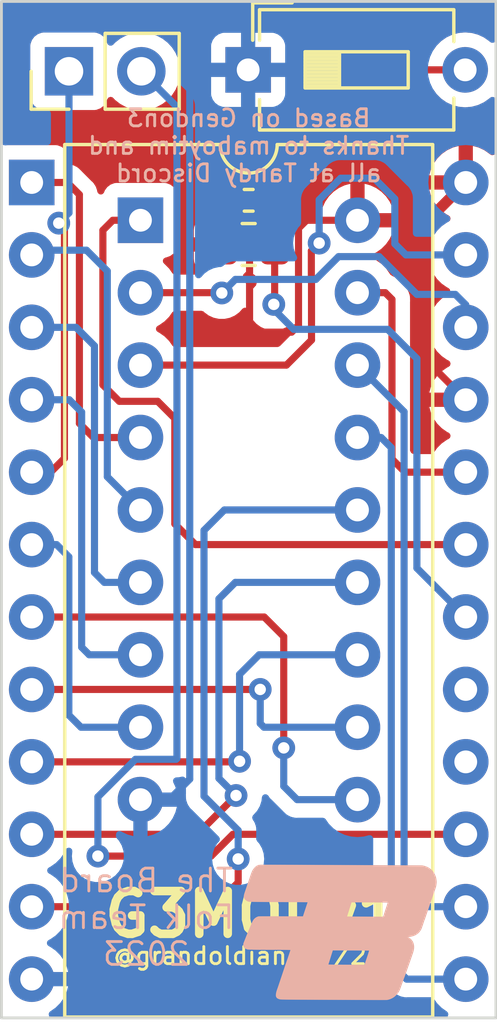
<source format=kicad_pcb>
(kicad_pcb (version 20221018) (generator pcbnew)
  (layers (0 "F.Cu" signal) (31 "B.Cu" signal) (34 "B.Paste" user) (35 "F.Paste" user) (36 "B.SilkS" user "B.Silkscreen") (37 "F.SilkS" user "F.Silkscreen") (38 "B.Mask" user) (39 "F.Mask" user) (44 "Edge.Cuts" user))
  (net 0 "")
  (net 1 "/I6")
  (net 2 "RS2")
  (net 3 "/I5")
  (net 4 "RS1")
  (net 5 "/I4")
  (net 6 "/O0")
  (net 7 "/I3")
  (net 8 "/O1")
  (net 9 "/I2")
  (net 10 "/O2")
  (net 11 "/I1")
  (net 12 "/O3")
  (net 13 "/I0")
  (net 14 "/O4")
  (net 15 "RS3")
  (net 16 "CS")
  (net 17 "GND")
  (net 18 "+5V")
  (net 21 "Z12p11")
  (net 22 "Z10p14")
  (net 23 "Net-(U1-A11)")
  (footprint "TRS80ICHARMAP:CHARPLUG" (layer "F.Cu") (at 111.79375 58.05)
    (fp_text reference "J1" hide)
    (fp_text value "SYSTEM" hide)
    (pad "1" thru_hole rect (at 0 0) (size 1.6 1.6) (drill 0.8) (layers "*.Cu" "*.Mask") (net 1 "/I6"))
    (pad "2" thru_hole oval (at 0 2.54) (size 1.6 1.6) (drill 0.8) (layers "*.Cu" "*.Mask") (net 3 "/I5"))
    (pad "3" thru_hole oval (at 0 5.08) (size 1.6 1.6) (drill 0.8) (layers "*.Cu" "*.Mask") (net 5 "/I4"))
    (pad "4" thru_hole oval (at 0 7.62) (size 1.6 1.6) (drill 0.8) (layers "*.Cu" "*.Mask") (net 7 "/I3"))
    (pad "5" thru_hole oval (at 0 10.16) (size 1.6 1.6) (drill 0.8) (layers "*.Cu" "*.Mask") (net 9 "/I2"))
    (pad "6" thru_hole oval (at 0 12.7) (size 1.6 1.6) (drill 0.8) (layers "*.Cu" "*.Mask") (net 11 "/I1"))
    (pad "7" thru_hole oval (at 0 15.24) (size 1.6 1.6) (drill 0.8) (layers "*.Cu" "*.Mask") (net 13 "/I0"))
    (pad "8" thru_hole oval (at 0 17.78) (size 1.6 1.6) (drill 0.8) (layers "*.Cu" "*.Mask") (net 15 "RS3"))
    (pad "9" thru_hole oval (at 0 20.32) (size 1.6 1.6) (drill 0.8) (layers "*.Cu" "*.Mask") (net 17 "GND"))
    (pad "10" thru_hole oval (at 7.62 20.32) (size 1.6 1.6) (drill 0.8) (layers "*.Cu" "*.Mask") (net 2 "RS2"))
    (pad "11" thru_hole oval (at 7.62 17.78) (size 1.6 1.6) (drill 0.8) (layers "*.Cu" "*.Mask") (net 4 "RS1"))
    (pad "12" thru_hole oval (at 7.62 15.24) (size 1.6 1.6) (drill 0.8) (layers "*.Cu" "*.Mask") (net 6 "/O0"))
    (pad "13" thru_hole oval (at 7.62 12.7) (size 1.6 1.6) (drill 0.8) (layers "*.Cu" "*.Mask") (net 8 "/O1"))
    (pad "14" thru_hole oval (at 7.62 10.16) (size 1.6 1.6) (drill 0.8) (layers "*.Cu" "*.Mask") (net 10 "/O2"))
    (pad "15" thru_hole oval (at 7.62 7.62) (size 1.6 1.6) (drill 0.8) (layers "*.Cu" "*.Mask") (net 12 "/O3"))
    (pad "16" thru_hole oval (at 7.62 5.08) (size 1.6 1.6) (drill 0.8) (layers "*.Cu" "*.Mask") (net 14 "/O4"))
    (pad "17" thru_hole oval (at 7.62 2.54) (size 1.6 1.6) (drill 0.8) (layers "*.Cu" "*.Mask") (net 16 "CS"))
    (pad "18" thru_hole oval (at 7.62 0) (size 1.6 1.6) (drill 0.8) (layers "*.Cu" "*.Mask") (net 18 "+5V"))
  )
  (footprint "Button_Switch_THT:SW_DIP_SPSTx01_Slide_6.7x4.1mm_W7.62mm_P2.54mm_LowProfile" (layer "F.Cu") (at 115.575 52.775)
    (fp_text reference "SW1" hide)
    (fp_text value "Char Select" hide)
    (fp_line (start 0.16 -2.35) (end 0.16 -1.04) (stroke (width 0.12)) (layer "F.SilkS"))
    (fp_line (start 0.16 -2.35) (end 1.543 -2.35) (stroke (width 0.12)) (layer "F.SilkS"))
    (fp_line (start 0.4 -2.11) (end 0.4 -1.04) (stroke (width 0.12)) (layer "F.SilkS"))
    (fp_line (start 0.4 -2.11) (end 7.221 -2.11) (stroke (width 0.12)) (layer "F.SilkS"))
    (fp_line (start 0.4 1.04) (end 0.4 2.11) (stroke (width 0.12)) (layer "F.SilkS"))
    (fp_line (start 0.4 2.11) (end 7.221 2.11) (stroke (width 0.12)) (layer "F.SilkS"))
    (fp_line (start 2 -0.635) (end 2 0.635) (stroke (width 0.12)) (layer "F.SilkS"))
    (fp_line (start 2 -0.515) (end 3.206667 -0.515) (stroke (width 0.12)) (layer "F.SilkS"))
    (fp_line (start 2 -0.395) (end 3.206667 -0.395) (stroke (width 0.12)) (layer "F.SilkS"))
    (fp_line (start 2 -0.275) (end 3.206667 -0.275) (stroke (width 0.12)) (layer "F.SilkS"))
    (fp_line (start 2 -0.155) (end 3.206667 -0.155) (stroke (width 0.12)) (layer "F.SilkS"))
    (fp_line (start 2 -0.035) (end 3.206667 -0.035) (stroke (width 0.12)) (layer "F.SilkS"))
    (fp_line (start 2 0.085) (end 3.206667 0.085) (stroke (width 0.12)) (layer "F.SilkS"))
    (fp_line (start 2 0.205) (end 3.206667 0.205) (stroke (width 0.12)) (layer "F.SilkS"))
    (fp_line (start 2 0.325) (end 3.206667 0.325) (stroke (width 0.12)) (layer "F.SilkS"))
    (fp_line (start 2 0.445) (end 3.206667 0.445) (stroke (width 0.12)) (layer "F.SilkS"))
    (fp_line (start 2 0.565) (end 3.206667 0.565) (stroke (width 0.12)) (layer "F.SilkS"))
    (fp_line (start 2 0.635) (end 5.62 0.635) (stroke (width 0.12)) (layer "F.SilkS"))
    (fp_line (start 3.206667 -0.635) (end 3.206667 0.635) (stroke (width 0.12)) (layer "F.SilkS"))
    (fp_line (start 5.62 -0.635) (end 2 -0.635) (stroke (width 0.12)) (layer "F.SilkS"))
    (fp_line (start 5.62 0.635) (end 5.62 -0.635) (stroke (width 0.12)) (layer "F.SilkS"))
    (fp_line (start 7.221 -2.11) (end 7.221 -0.99) (stroke (width 0.12)) (layer "F.SilkS"))
    (fp_line (start 7.221 0.99) (end 7.221 2.11) (stroke (width 0.12)) (layer "F.SilkS"))
    (pad "1" thru_hole rect (at 0 0) (size 1.6 1.6) (drill 0.8) (layers "*.Cu" "*.Mask") (net 17 "GND"))
    (pad "2" thru_hole oval (at 7.62 0) (size 1.6 1.6) (drill 0.8) (layers "*.Cu" "*.Mask") (net 23 "Net-(U1-A11)"))
  )
  (footprint "Resistor_SMD:R_0402_1005Metric" (layer "F.Cu") (at 115.59375 57.35)
    (fp_text reference "R2" hide)
    (fp_text value "10K" hide)
    (fp_line (start -0.153641 -0.38) (end 0.153641 -0.38) (stroke (width 0.12)) (layer "F.SilkS"))
    (fp_line (start -0.153641 0.38) (end 0.153641 0.38) (stroke (width 0.12)) (layer "F.SilkS"))
    (pad "1" smd roundrect (at -0.51 0) (size 0.54 0.64) (layers "F.Cu" "F.Paste" "F.Mask") (net 18 "+5V"))
    (pad "2" smd roundrect (at 0.51 0) (size 0.54 0.64) (layers "F.Cu" "F.Paste" "F.Mask") (net 23 "Net-(U1-A11)"))
  )
  (footprint "Connector_PinHeader_2.54mm:PinHeader_1x02_P2.54mm_Vertical" (layer "F.Cu") (at 109.285 52.825 90)
    (fp_text reference "J2" hide)
    (fp_text value "CONN" hide)
    (fp_line (start -1.33 -1.33) (end 0 -1.33) (stroke (width 0.12)) (layer "F.SilkS"))
    (fp_line (start -1.33 0) (end -1.33 -1.33) (stroke (width 0.12)) (layer "F.SilkS"))
    (fp_line (start -1.33 1.27) (end -1.33 3.87) (stroke (width 0.12)) (layer "F.SilkS"))
    (fp_line (start -1.33 1.27) (end 1.33 1.27) (stroke (width 0.12)) (layer "F.SilkS"))
    (fp_line (start -1.33 3.87) (end 1.33 3.87) (stroke (width 0.12)) (layer "F.SilkS"))
    (fp_line (start 1.33 1.27) (end 1.33 3.87) (stroke (width 0.12)) (layer "F.SilkS"))
    (pad "1" thru_hole rect (at 0 0 90) (size 1.7 1.7) (drill 1) (layers "*.Cu" "*.Mask") (net 21 "Z12p11"))
    (pad "2" thru_hole oval (at 0 2.54 90) (size 1.7 1.7) (drill 1) (layers "*.Cu" "*.Mask") (net 22 "Z10p14"))
  )
  (footprint "Package_DIP:DIP-24_W15.24mm" (layer "F.Cu") (at 107.975 56.725)
    (fp_text reference "U1" hide)
    (fp_text value "2332" hide)
    (fp_line (start 1.16 -1.33) (end 1.16 29.27) (stroke (width 0.12)) (layer "F.SilkS"))
    (fp_line (start 1.16 29.27) (end 14.08 29.27) (stroke (width 0.12)) (layer "F.SilkS"))
    (fp_line (start 6.62 -1.33) (end 1.16 -1.33) (stroke (width 0.12)) (layer "F.SilkS"))
    (fp_line (start 14.08 -1.33) (end 8.62 -1.33) (stroke (width 0.12)) (layer "F.SilkS"))
    (fp_line (start 14.08 29.27) (end 14.08 -1.33) (stroke (width 0.12)) (layer "F.SilkS"))
    (fp_arc (start 8.62 -1.33) (mid 7.62 -0.33) (end 6.62 -1.33) (stroke (width 0.12)) (layer "F.SilkS"))
    (pad "1" thru_hole rect (at 0 0) (size 1.6 1.6) (drill 0.8) (layers "*.Cu" "*.Mask") (net 7 "/I3"))
    (pad "2" thru_hole oval (at 0 2.54) (size 1.6 1.6) (drill 0.8) (layers "*.Cu" "*.Mask") (net 9 "/I2"))
    (pad "3" thru_hole oval (at 0 5.08) (size 1.6 1.6) (drill 0.8) (layers "*.Cu" "*.Mask") (net 11 "/I1"))
    (pad "4" thru_hole oval (at 0 7.62) (size 1.6 1.6) (drill 0.8) (layers "*.Cu" "*.Mask") (net 13 "/I0"))
    (pad "5" thru_hole oval (at 0 10.16) (size 1.6 1.6) (drill 0.8) (layers "*.Cu" "*.Mask") (net 21 "Z12p11"))
    (pad "6" thru_hole oval (at 0 12.7) (size 1.6 1.6) (drill 0.8) (layers "*.Cu" "*.Mask") (net 15 "RS3"))
    (pad "7" thru_hole oval (at 0 15.24) (size 1.6 1.6) (drill 0.8) (layers "*.Cu" "*.Mask") (net 2 "RS2"))
    (pad "8" thru_hole oval (at 0 17.78) (size 1.6 1.6) (drill 0.8) (layers "*.Cu" "*.Mask") (net 4 "RS1"))
    (pad "9" thru_hole oval (at 0 20.32) (size 1.6 1.6) (drill 0.8) (layers "*.Cu" "*.Mask") (net 6 "/O0"))
    (pad "10" thru_hole oval (at 0 22.86) (size 1.6 1.6) (drill 0.8) (layers "*.Cu" "*.Mask") (net 8 "/O1"))
    (pad "11" thru_hole oval (at 0 25.4) (size 1.6 1.6) (drill 0.8) (layers "*.Cu" "*.Mask") (net 10 "/O2"))
    (pad "12" thru_hole oval (at 0 27.94) (size 1.6 1.6) (drill 0.8) (layers "*.Cu" "*.Mask") (net 17 "GND"))
    (pad "13" thru_hole oval (at 15.24 27.94) (size 1.6 1.6) (drill 0.8) (layers "*.Cu" "*.Mask") (net 12 "/O3"))
    (pad "14" thru_hole oval (at 15.24 25.4) (size 1.6 1.6) (drill 0.8) (layers "*.Cu" "*.Mask") (net 14 "/O4"))
    (pad "15" thru_hole oval (at 15.24 22.86) (size 1.6 1.6) (drill 0.8) (layers "*.Cu" "*.Mask") (net 22 "Z10p14"))
    (pad "16" thru_hole oval (at 15.24 20.32) (size 1.6 1.6) (drill 0.8) (layers "*.Cu" "*.Mask"))
    (pad "17" thru_hole oval (at 15.24 17.78) (size 1.6 1.6) (drill 0.8) (layers "*.Cu" "*.Mask"))
    (pad "18" thru_hole oval (at 15.24 15.24) (size 1.6 1.6) (drill 0.8) (layers "*.Cu" "*.Mask") (net 23 "Net-(U1-A11)"))
    (pad "19" thru_hole oval (at 15.24 12.7) (size 1.6 1.6) (drill 0.8) (layers "*.Cu" "*.Mask") (net 1 "/I6"))
    (pad "20" thru_hole oval (at 15.24 10.16) (size 1.6 1.6) (drill 0.8) (layers "*.Cu" "*.Mask") (net 16 "CS"))
    (pad "21" thru_hole oval (at 15.24 7.62) (size 1.6 1.6) (drill 0.8) (layers "*.Cu" "*.Mask") (net 18 "+5V"))
    (pad "22" thru_hole oval (at 15.24 5.08) (size 1.6 1.6) (drill 0.8) (layers "*.Cu" "*.Mask") (net 3 "/I5"))
    (pad "23" thru_hole oval (at 15.24 2.54) (size 1.6 1.6) (drill 0.8) (layers "*.Cu" "*.Mask") (net 5 "/I4"))
    (pad "24" thru_hole oval (at 15.24 0) (size 1.6 1.6) (drill 0.8) (layers "*.Cu" "*.Mask") (net 18 "+5V"))
  )
  (footprint "Resistor_SMD:R_0805_2012Metric" (layer "F.Cu") (at 115.59375 58.9)
    (fp_text reference "R1" hide)
    (fp_text value "10K" hide)
    (fp_line (start -0.227064 -0.735) (end 0.227064 -0.735) (stroke (width 0.12)) (layer "F.SilkS"))
    (fp_line (start -0.227064 0.735) (end 0.227064 0.735) (stroke (width 0.12)) (layer "F.SilkS"))
    (pad "1" smd roundrect (at -0.9125 0) (size 1.025 1.4) (layers "F.Cu" "F.Paste" "F.Mask") (roundrect_rratio 0.243902439) (net 18 "+5V"))
    (pad "2" smd roundrect (at 0.9125 0) (size 1.025 1.4) (layers "F.Cu" "F.Paste" "F.Mask") (roundrect_rratio 0.243902439) (net 23 "Net-(U1-A11)"))
  )
  (footprint "TRSG3Mod:BF8" (layer "B.Cu") (at 118.733103 83.09026 180)
    (fp_text reference "G1" hide)
    (fp_text value "LOGO8" hide)
    (fp_poly (pts (xy 2.622071 2.438533) (xy 2.632556 2.438488) (xy 2.670253 2.438158) (xy 2.700788 2.437831) (xy 2.725118 2.437439) (xy 2.7442 2.436916) (xy 2.75899 2.436196) (xy 2.770446 2.435212) (xy 2.779523 2.433897) (xy 2.787179 2.432185) (xy 2.794371 2.43001) (xy 2.802054 2.427304) (xy 2.804124 2.426551) (xy 2.832889 2.415006) (xy 2.85695 2.402533) (xy 2.879114 2.387384) (xy 2.902193 2.367808) (xy 2.909804 2.360726) (xy 2.946891 2.323161) (xy 2.977253 2.286645) (xy 3.0019 2.249758) (xy 3.021842 2.211082) (xy 3.029789 2.192105) (xy 3.035856 2.17667) (xy 3.041463 2.162514) (xy 3.045058 2.15354) (xy 3.048672 2.144542) (xy 3.050656 2.139428) (xy 3.05069 2.139332) (xy 3.05275 2.134259) (xy 3.054073 2.131213) (xy 3.055783 2.126458) (xy 3.059877 2.114628) (xy 3.066146 2.096342) (xy 3.074379 2.07222) (xy 3.084365 2.04288) (xy 3.095894 2.00894) (xy 3.108756 1.97102) (xy 3.12274 1.929737) (xy 3.137636 1.885712) (xy 3.152074 1.842992) (xy 3.168488 1.794422) (xy 3.184829 1.7461) (xy 3.200804 1.698889) (xy 3.216121 1.653654) (xy 3.230487 1.611258) (xy 3.243608 1.572566) (xy 3.255193 1.538441) (xy 3.264948 1.509749) (xy 3.272581 1.487351) (xy 3.276104 1.477048) (xy 3.289798 1.435563) (xy 3.300115 1.400309) (xy 3.307136 1.370173) (xy 3.310948 1.344042) (xy 3.311632 1.320805) (xy 3.309273 1.299348) (xy 3.303955 1.278558) (xy 3.295761 1.257323) (xy 3.293083 1.251405) (xy 3.281205 1.232309) (xy 3.263485 1.212122) (xy 3.24172 1.192503) (xy 3.217708 1.175112) (xy 3.198578 1.164161) (xy 3.188396 1.159036) (xy 3.179282 1.154562) (xy 3.170632 1.150687) (xy 3.161845 1.147362) (xy 3.152316 1.144537) (xy 3.141444 1.142162) (xy 3.128627 1.140185) (xy 3.11326 1.138558) (xy 3.094743 1.137231) (xy 3.072472 1.136152) (xy 3.045844 1.135272) (xy 3.014257 1.134541) (xy 2.977109 1.133909) (xy 2.933797 1.133325) (xy 2.883717 1.13274) (xy 2.826268 1.132102) (xy 2.811172 1.131935) (xy 2.772576 1.131538) (xy 2.726541 1.131123) (xy 2.673746 1.130694) (xy 2.61487 1.130256) (xy 2.550594 1.129811) (xy 2.481597 1.129364) (xy 2.408559 1.128919) (xy 2.332158 1.128479) (xy 2.253074 1.12805) (xy 2.171988 1.127633) (xy 2.089578 1.127235) (xy 2.006524 1.126858) (xy 1.923505 1.126506) (xy 1.841202 1.126184) (xy 1.785063 1.12598) (xy 1.689392 1.125631) (xy 1.601609 1.12528) (xy 1.521481 1.124925) (xy 1.448776 1.124563) (xy 1.383264 1.124193) (xy 1.324712 1.123811) (xy 1.272889 1.123417) (xy 1.227562 1.123006) (xy 1.188501 1.122578) (xy 1.155474 1.12213) (xy 1.128248 1.121659) (xy 1.106592 1.121163) (xy 1.090275 1.12064) (xy 1.079064 1.120088) (xy 1.072729 1.119504) (xy 1.071029 1.118894) (xy 1.072892 1.114327) (xy 1.077056 1.102711) (xy 1.083296 1.084714) (xy 1.091386 1.061002) (xy 1.101101 1.032242) (xy 1.112217 0.999102) (xy 1.124508 0.962248) (xy 1.137749 0.922348) (xy 1.151715 0.880068) (xy 1.154635 0.871203) (xy 1.234685 0.628085) (xy 2.00872 0.629665) (xy 2.101898 0.629854) (xy 2.187308 0.63002) (xy 2.265301 0.630163) (xy 2.336228 0.630278) (xy 2.400442 0.630363) (xy 2.458292 0.630416) (xy 2.510129 0.630434) (xy 2.556306 0.630413) (xy 2.597173 0.630352) (xy 2.63308 0.630248) (xy 2.66438 0.630097) (xy 2.691424 0.629898) (xy 2.714561 0.629648) (xy 2.734145 0.629343) (xy 2.750525 0.628981) (xy 2.764053 0.628559) (xy 2.775079 0.628076) (xy 2.783956 0.627527) (xy 2.791034 0.62691) (xy 2.796664 0.626223) (xy 2.801198 0.625463) (xy 2.804986 0.624627) (xy 2.80838 0.623712) (xy 2.809142 0.62349) (xy 2.845994 0.609974) (xy 2.880701 0.591381) (xy 2.91486 0.566741) (xy 2.942474 0.542393) (xy 2.960498 0.522854) (xy 2.978546 0.498157) (xy 2.99692 0.467755) (xy 3.015919 0.431104) (xy 3.035846 0.387659) (xy 3.057 0.336873) (xy 3.060207 0.328816) (xy 3.069873 0.304597) (xy 3.079294 0.28134) (xy 3.087764 0.260755) (xy 3.094583 0.244554) (xy 3.098581 0.235448) (xy 3.104472 0.22208) (xy 3.112152 0.203914) (xy 3.120464 0.183718) (xy 3.125781 0.170497) (xy 3.132965 0.152906) (xy 3.139446 0.137879) (xy 3.144443 0.127174) (xy 3.146935 0.122799) (xy 3.149256 0.118459) (xy 3.14851 0.117724) (xy 3.148429 0.114843) (xy 3.151675 0.10859) (xy 3.154648 0.102517) (xy 3.160245 0.089748) (xy 3.168122 0.071145) (xy 3.177931 0.047569) (xy 3.189328 0.019881) (xy 3.201966 -0.011059) (xy 3.215499 -0.044389) (xy 3.229582 -0.079248) (xy 3.243869 -0.114776) (xy 3.258013 -0.150112) (xy 3.27167 -0.184394) (xy 3.284493 -0.216762) (xy 3.296136 -0.246354) (xy 3.306253 -0.272311) (xy 3.314499 -0.293771) (xy 3.320528 -0.309872) (xy 3.323994 -0.319755) (xy 3.324616 -0.321903) (xy 3.32825 -0.346646) (xy 3.328882 -0.373926) (xy 3.326665 -0.400721) (xy 3.321751 -0.424008) (xy 3.319088 -0.431605) (xy 3.302792 -0.461006) (xy 3.279662 -0.48653) (xy 3.250185 -0.507807) (xy 3.214849 -0.524466) (xy 3.184641 -0.533744) (xy 3.174687 -0.535464) (xy 3.15918 -0.537059) (xy 3.137945 -0.53853) (xy 3.11081 -0.539881) (xy 3.0776 -0.541114) (xy 3.038141 -0.542233) (xy 2.99226 -0.543238) (xy 2.939783 -0.544134) (xy 2.880536 -0.544924) (xy 2.814346 -0.545609) (xy 2.741038 -0.546192) (xy 2.660439 -0.546676) (xy 2.572374 -0.547065) (xy 2.476671 -0.54736) (xy 2.373156 -0.547564) (xy 2.289172 -0.54766) (xy 2.227732 -0.547735) (xy 2.16721 -0.547855) (xy 2.108267 -0.548016) (xy 2.051562 -0.548216) (xy 1.997757 -0.548449) (xy 1.947512 -0.548713) (xy 1.901487 -0.549004) (xy 1.860344 -0.549317) (xy 1.824743 -0.549649) (xy 1.795344 -0.549996) (xy 1.772808 -0.550355) (xy 1.758927 -0.550685) (xy 1.673553 -0.553344) (xy 1.725785 -0.710018) (xy 1.737197 -0.744203) (xy 1.747881 -0.776112) (xy 1.757549 -0.804894) (xy 1.765913 -0.829697) (xy 1.772687 -0.849671) (xy 1.777583 -0.863964) (xy 1.780314 -0.871726) (xy 1.780723 -0.872782) (xy 1.78362 -0.879921) (xy 1.784287 -0.881916) (xy 1.78616 -0.88699) (xy 1.788016 -0.892412) (xy 1.788189 -0.89308) (xy 1.790074 -0.899812) (xy 1.790192 -0.900184) (xy 1.7907 -0.906273) (xy 1.793348 -0.909168) (xy 1.794713 -0.909317) (xy 1.797427 -0.91227) (xy 1.79687 -0.915407) (xy 1.796989 -0.920623) (xy 1.7989 -0.921496) (xy 1.80156 -0.924432) (xy 1.80103 -0.927323) (xy 1.800765 -0.93314) (xy 1.802013 -0.934427) (xy 1.803835 -0.938401) (xy 1.807984 -0.949419) (xy 1.814231 -0.96682) (xy 1.822347 -0.989941) (xy 1.832103 -1.018122) (xy 1.84327 -1.050699) (xy 1.855619 -1.087012) (xy 1.868921 -1.126399) (xy 1.882948 -1.168197) (xy 1.884615 -1.173182) (xy 1.908481 -1.244561) (xy 1.931779 -1.314204) (xy 1.954371 -1.381705) (xy 1.976123 -1.446657) (xy 1.996896 -1.508656) (xy 2.016556 -1.567295) (xy 2.034965 -1.622168) (xy 2.051987 -1.672868) (xy 2.067487 -1.71899) (xy 2.081326 -1.760128) (xy 2.09337 -1.795876) (xy 2.103481 -1.825827) (xy 2.111524 -1.849576) (xy 2.117362 -1.866716) (xy 2.120858 -1.876842) (xy 2.121835 -1.879527) (xy 2.124512 -1.886031) (xy 2.125124 -1.887646) (xy 2.127036 -1.892795) (xy 2.128173 -1.895765) (xy 2.130828 -1.903158) (xy 2.134791 -1.914714) (xy 2.136605 -1.920121) (xy 2.141072 -1.933236) (xy 2.147039 -1.950376) (xy 2.153249 -1.96793) (xy 2.153514 -1.968673) (xy 2.167467 -2.013692) (xy 2.177703 -2.059472) (xy 2.183713 -2.103393) (xy 2.185134 -2.131708) (xy 2.185086 -2.151779) (xy 2.184334 -2.166106) (xy 2.182489 -2.177061) (xy 2.179157 -2.187012) (xy 2.174219 -2.197778) (xy 2.166432 -2.212301) (xy 2.158156 -2.225625) (xy 2.153125 -2.232453) (xy 2.138048 -2.245868) (xy 2.116187 -2.258928) (xy 2.088869 -2.270937) (xy 2.063701 -2.279401) (xy 2.054787 -2.281981) (xy 2.046528 -2.284126) (xy 2.038056 -2.285895) (xy 2.028505 -2.287347) (xy 2.017008 -2.28854) (xy 2.002698 -2.289533) (xy 1.984709 -2.290384) (xy 1.962173 -2.291153) (xy 1.934225 -2.291898) (xy 1.899996 -2.292678) (xy 1.858621 -2.293551) (xy 1.853141 -2.293665) (xy 1.834993 -2.293969) (xy 1.809089 -2.294294) (xy 1.775794 -2.294638) (xy 1.735469 -2.294998) (xy 1.688479 -2.295373) (xy 1.635187 -2.29576) (xy 1.575956 -2.296159) (xy 1.511149 -2.296566) (xy 1.44113 -2.29698) (xy 1.366262 -2.297399) (xy 1.286908 -2.29782) (xy 1.203432 -2.298243) (xy 1.116197 -2.298665) (xy 1.025566 -2.299083) (xy 0.931903 -2.299497) (xy 0.835571 -2.299904) (xy 0.736933 -2.300302) (xy 0.636353 -2.300689) (xy 0.534193 -2.301063) (xy 0.430818 -2.301423) (xy 0.393767 -2.301547) (xy 0.287153 -2.301902) (xy 0.18021 -2.302262) (xy 0.073382 -2.302624) (xy -0.032884 -2.302986) (xy -0.138143 -2.303348) (xy -0.241947 -2.303708) (xy -0.343851 -2.304064) (xy -0.44341 -2.304414) (xy -0.540176 -2.304758) (xy -0.633705 -2.305092) (xy -0.723549 -2.305417) (xy -0.809264 -2.305729) (xy -0.890402 -2.306028) (xy -0.966519 -2.306312) (xy -1.037167 -2.306579) (xy -1.101901 -2.306828) (xy -1.160275 -2.307057) (xy -1.211843 -2.307264) (xy -1.256158 -2.307448) (xy -1.290906 -2.307599) (xy -1.350377 -2.307827) (xy -1.407391 -2.30797) (xy -1.461393 -2.30803) (xy -1.51183 -2.308011) (xy -1.558145 -2.307914) (xy -1.599786 -2.307742) (xy -1.636196 -2.307497) (xy -1.666822 -2.307181) (xy -1.691109 -2.306798) (xy -1.708502 -2.30635) (xy -1.718447 -2.305838) (xy -1.719531 -2.305724) (xy -1.765838 -2.296833) (xy -1.814567 -2.28208) (xy -1.863657 -2.262372) (xy -1.911048 -2.238618) (xy -1.954677 -2.211722) (xy -1.985073 -2.188897) (xy -2.02736 -2.151216) (xy -2.06473 -2.111787) (xy -2.099618 -2.06795) (xy -2.112653 -2.049697) (xy -2.125746 -2.030412) (xy -2.137194 -2.012326) (xy -2.147543 -1.994262) (xy -2.157339 -1.975047) (xy -2.167129 -1.953503) (xy -2.177459 -1.928456) (xy -2.188875 -1.89873) (xy -2.201923 -1.863149) (xy -2.21061 -1.838932) (xy -2.222852 -1.804603) (xy -2.236639 -1.765929) (xy -2.250966 -1.725727) (xy -2.26483 -1.686814) (xy -2.277227 -1.652008) (xy -2.28005 -1.644079) (xy -2.28947 -1.617626) (xy -2.298035 -1.593579) (xy -2.305355 -1.573036) (xy -2.311037 -1.557098) (xy -2.314689 -1.546864) (xy -2.315871 -1.543564) (xy -2.317229 -1.538238) (xy -2.317151 -1.537475) (xy -2.318461 -1.533662) (xy -2.322192 -1.526354) (xy -2.326431 -1.518338) (xy -2.328303 -1.514176) (xy -2.330157 -1.509098) (xy -2.331427 -1.506057) (xy -2.332 -1.504643) (xy -2.33297 -1.502092) (xy -2.334465 -1.498041) (xy -2.336617 -1.492126) (xy -2.339552 -1.483984) (xy -2.343402 -1.473253) (xy -2.348295 -1.459569) (xy -2.35436 -1.442569) (xy -2.361726 -1.42189) (xy -2.370524 -1.397169) (xy -2.380881 -1.368043) (xy -2.392927 -1.334148) (xy -2.406792 -1.295122) (xy -2.422604 -1.250602) (xy -2.440494 -1.200223) (xy -2.460589 -1.143624) (xy -2.483019 -1.080441) (xy -2.507915 -1.010311) (xy -2.533677 -0.937734) (xy -2.550112 -0.891282) (xy -2.566017 -0.846043) (xy -2.581135 -0.802759) (xy -2.595213 -0.762174) (xy -2.607995 -0.725029) (xy -2.619227 -0.692068) (xy -2.628654 -0.664033) (xy -2.63602 -0.641667) (xy -2.641072 -0.625712) (xy -2.643012 -0.619067) (xy -2.650302 -0.591083) (xy -2.654294 -0.574451) (xy -1.08707 -0.574451) (xy -1.086364 -0.578559) (xy -1.08342 -0.589393) (xy -1.078551 -0.605968) (xy -1.072072 -0.627304) (xy -1.064296 -0.652417) (xy -1.055539 -0.680326) (xy -1.046114 -0.710048) (xy -1.036336 -0.740601) (xy -1.02652 -0.771003) (xy -1.016979 -0.800271) (xy -1.008028 -0.827424) (xy -0.999981 -0.851478) (xy -0.993152 -0.871451) (xy -0.987857 -0.886362) (xy -0.98446 -0.895109) (xy -0.98167 -0.902607) (xy -0.976947 -0.916491) (xy -0.970743 -0.935388) (xy -0.963506 -0.957924) (xy -0.955687 -0.982723) (xy -0.953892 -0.988477) (xy -0.928626 -1.069666) (xy -0.432852 -1.068437) (xy -0.366934 -1.068253) (xy -0.301213 -1.068028) (xy -0.23638 -1.067767) (xy -0.173128 -1.067475) (xy -0.112151 -1.067156) (xy -0.054142 -1.066815) (xy 0.000208 -1.066455) (xy 0.050204 -1.066082) (xy 0.095154 -1.0657) (xy 0.134366 -1.065313) (xy 0.167145 -1.064925) (xy 0.1928 -1.064542) (xy 0.20156 -1.064378) (xy 0.340198 -1.061547) (xy 0.262567 -0.814972) (xy 0.184937 -0.568398) (xy -0.450483 -0.570954) (xy -0.521654 -0.571246) (xy -0.5906 -0.571541) (xy -0.656885 -0.571835) (xy -0.720073 -0.572127) (xy -0.77973 -0.572415) (xy -0.835419 -0.572695) (xy -0.886705 -0.572965) (xy -0.933153 -0.573224) (xy -0.974328 -0.573468) (xy -1.009793 -0.573695) (xy -1.039114 -0.573904) (xy -1.061854 -0.57409) (xy -1.07758 -0.574253) (xy -1.085854 -0.57439) (xy -1.08707 -0.574451) (xy -2.654294 -0.574451) (xy -2.656415 -0.565615) (xy -2.661125 -0.543769) (xy -2.664205 -0.526656) (xy -2.665428 -0.515384) (xy -2.664969 -0.511391) (xy -2.665706 -0.506526) (xy -2.666995 -0.505443) (xy -2.668743 -0.500427) (xy -2.670084 -0.488648) (xy -2.670908 -0.471453) (xy -2.67112 -0.454984) (xy -2.669204 -0.413017) (xy -2.663732 -0.371831) (xy -2.655114 -0.333678) (xy -2.643764 -0.300813) (xy -2.64234 -0.297558) (xy -2.636451 -0.283667) (xy -2.632218 -0.272222) (xy -2.630528 -0.265631) (xy -2.630526 -0.265516) (xy -2.628208 -0.260361) (xy -2.626466 -0.259805) (xy -2.622817 -0.256538) (xy -2.622407 -0.254006) (xy -2.619795 -0.246196) (xy -2.617312 -0.242842) (xy -2.612544 -0.236897) (xy -2.604922 -0.226443) (xy -2.596086 -0.213734) (xy -2.596 -0.213608) (xy -2.576831 -0.189852) (xy -2.55188 -0.165636) (xy -2.52319 -0.142671) (xy -2.492803 -0.122665) (xy -2.476888 -0.113937) (xy -2.466998 -0.108527) (xy -2.461278 -0.104629) (xy -2.460653 -0.103568) (xy -2.464933 -0.102478) (xy -2.47586 -0.100369) (xy -2.492062 -0.09749) (xy -2.512164 -0.094085) (xy -2.527013 -0.091652) (xy -2.55107 -0.087499) (xy -2.57416 -0.083045) (xy -2.594259 -0.078713) (xy -2.609341 -0.074926) (xy -2.614288 -0.073397) (xy -2.631951 -0.06746) (xy -2.651086 -0.061306) (xy -2.658942 -0.058877) (xy -2.689338 -0.047268) (xy -2.722672 -0.030424) (xy -2.757 -0.009596) (xy -2.790374 0.013967) (xy -2.820847 0.039014) (xy -2.840089 0.057462) (xy -2.857824 0.077597) (xy -2.876732 0.102025) (xy -2.895228 0.128444) (xy -2.91173 0.154552) (xy -2.924654 0.178048) (xy -2.928147 0.18547) (xy -2.9321 0.195341) (xy -2.938204 0.211809) (xy -2.946068 0.233761) (xy -2.9553 0.260085) (xy -2.965509 0.289668) (xy -2.976304 0.321397) (xy -2.983832 0.343789) (xy -2.99433 0.375162) (xy -3.004033 0.404135) (xy -3.012635 0.429798) (xy -3.019829 0.451238) (xy -3.02531 0.467541) (xy -3.02877 0.477797) (xy -3.029883 0.481045) (xy -3.031512 0.488194) (xy -3.031548 0.48871) (xy -3.034672 0.494013) (xy -3.035761 0.494815) (xy -3.037647 0.498961) (xy -3.041906 0.510234) (xy -3.048337 0.528059) (xy -3.056744 0.551862) (xy -3.066925 0.581068) (xy -3.078684 0.615102) (xy -3.091821 0.65339) (xy -3.106136 0.695358) (xy -3.121432 0.740431) (xy -3.137509 0.788035) (xy -3.146225 0.813936) (xy -3.163323 0.864744) (xy -3.180229 0.914864) (xy -3.196686 0.963541) (xy -3.212436 1.010016) (xy -3.227222 1.053534) (xy -3.240786 1.093336) (xy -3.245304 1.106547) (xy -1.741792 1.106547) (xy -1.738108 1.100559) (xy -1.73768 1.09914) (xy -1.737618 1.098524) (xy -1.737561 1.097991) (xy -1.737309 1.09692) (xy -1.736661 1.094693) (xy -1.735418 1.090688) (xy -1.733379 1.084287) (xy -1.730345 1.074869) (xy -1.726115 1.061815) (xy -1.72049 1.044504) (xy -1.713268 1.022317) (xy -1.70425 0.994634) (xy -1.693236 0.960836) (xy -1.680026 0.920302) (xy -1.671155 0.89308) (xy -1.658272 0.853536) (xy -1.645717 0.814979) (xy -1.633802 0.77837) (xy -1.622841 0.744668) (xy -1.613144 0.714835) (xy -1.605025 0.68983) (xy -1.598795 0.670614) (xy -1.594766 0.658146) (xy -1.594737 0.658054) (xy -1.581157 0.615852) (xy -0.949912 0.618819) (xy -0.878979 0.619159) (xy -0.810273 0.619503) (xy -0.744231 0.619847) (xy -0.681291 0.620188) (xy -0.621888 0.620525) (xy -0.566459 0.620853) (xy -0.515442 0.62117) (xy -0.469274 0.621474) (xy -0.428391 0.621761) (xy -0.39323 0.622028) (xy -0.364228 0.622273) (xy -0.341822 0.622494) (xy -0.326449 0.622686) (xy -0.318545 0.622847) (xy -0.317532 0.622914) (xy -0.318446 0.626906) (xy -0.32156 0.637725) (xy -0.326598 0.654466) (xy -0.333281 0.676224) (xy -0.341333 0.702094) (xy -0.350476 0.731172) (xy -0.357548 0.753487) (xy -0.369757 0.791913) (xy -0.383289 0.834531) (xy -0.397387 0.878961) (xy -0.411296 0.922821) (xy -0.424262 0.963731) (xy -0.435528 0.99931) (xy -0.435633 0.99964) (xy -0.472568 1.11635) (xy -0.728493 1.116347) (xy -0.803348 1.116308) (xy -0.878271 1.116196) (xy -0.952828 1.116014) (xy -1.026581 1.115767) (xy -1.099095 1.115458) (xy -1.169933 1.115093) (xy -1.238659 1.114676) (xy -1.304836 1.11421) (xy -1.36803 1.1137) (xy -1.427803 1.11315) (xy -1.483719 1.112564) (xy -1.535342 1.111947) (xy -1.582236 1.111303) (xy -1.623966 1.110635) (xy -1.660093 1.109949) (xy -1.690183 1.109248) (xy -1.7138 1.108537) (xy -1.730506 1.10782) (xy -1.739866 1.107101) (xy -1.741792 1.106547) (xy -3.245304 1.106547) (xy -3.252869 1.128667) (xy -3.263216 1.15877) (xy -3.271567 1.182887) (xy -3.277666 1.200262) (xy -3.278867 1.203628) (xy -3.287788 1.228648) (xy -3.298592 1.259211) (xy -3.310532 1.293183) (xy -3.322857 1.328427) (xy -3.334818 1.362809) (xy -3.341491 1.382086) (xy -3.351215 1.409979) (xy -3.360277 1.435483) (xy -3.36829 1.457548) (xy -3.374867 1.475126) (xy -3.379624 1.487167) (xy -3.382172 1.492624) (xy -3.382235 1.492706) (xy -3.384493 1.497126) (xy -3.383554 1.497938) (xy -3.383189 1.500436) (xy -3.385584 1.504028) (xy -3.388418 1.508937) (xy -3.387614 1.510117) (xy -3.386919 1.51262) (xy -3.38846 1.515191) (xy -3.391401 1.521231) (xy -3.396241 1.533597) (xy -3.402493 1.550853) (xy -3.409672 1.571564) (xy -3.417294 1.594295) (xy -3.42487 1.617611) (xy -3.431917 1.640077) (xy -3.437948 1.660257) (xy -3.439999 1.667482) (xy -3.445518 1.690768) (xy -3.450837 1.719354) (xy -3.455585 1.750554) (xy -3.459388 1.78168) (xy -3.461874 1.810046) (xy -3.462677 1.830982) (xy -3.461874 1.849941) (xy -3.459631 1.87443) (xy -3.456275 1.902057) (xy -3.45213 1.930427) (xy -3.447522 1.957147) (xy -3.442778 1.979822) (xy -3.441996 1.983043) (xy -3.425622 2.035968) (xy -3.402939 2.089931) (xy -3.375033 2.142619) (xy -3.346334 2.187057) (xy -3.30778 2.234548) (xy -3.262871 2.277817) (xy -3.212502 2.316297) (xy -3.157569 2.349416) (xy -3.098968 2.376607) (xy -3.037593 2.397299) (xy -3.002043 2.405899) (xy -2.953252 2.416037) (xy -0.231389 2.427865) (xy -0.081978 2.428512) (xy 0.065812 2.429146) (xy 0.211755 2.429767) (xy 0.355628 2.430374) (xy 0.497205 2.430966) (xy 0.636262 2.431542) (xy 0.772573 2.432102) (xy 0.905916 2.432644) (xy 1.036063 2.433168) (xy 1.162791 2.433673) (xy 1.285876 2.434158) (xy 1.405091 2.434622) (xy 1.520214 2.435065) (xy 1.631017 2.435485) (xy 1.737279 2.435882) (xy 1.838772 2.436255) (xy 1.935273 2.436603) (xy 2.026557 2.436925) (xy 2.112399 2.437221) (xy 2.192574 2.437489) (xy 2.266858 2.437729) (xy 2.335025 2.43794) (xy 2.396852 2.438122) (xy 2.452114 2.438272) (xy 2.500585 2.438391) (xy 2.542041 2.438477) (xy 2.576257 2.43853) (xy 2.603009 2.438549)) (fill solid) (layer "B.SilkS"))
  )
  (gr_rect (start 106.9125 50.375) (end 124.275 86.025) (stroke (width 0.1)) (fill none) (layer "Edge.Cuts"))
  (gr_text "Based on Gendon3\nThanks to maboytim and\nall at Tandy Discord" (at 115.59375 56.75) (layer "B.SilkS") (effects (font (size 0.6 0.6) (thickness 0.1)) (justify bottom mirror)))
  (gr_text "The Board\nFolk Team\n2023" (at 112 84.25) (layer "B.SilkS") (effects (font (size 0.8 0.8) (thickness 0.1)) (justify bottom mirror)))
  (gr_text "G3MODv1" (at 110.375 83.275) (layer "F.SilkS") (effects (font (size 1.5 1.5) (thickness 0.3) bold) (justify left bottom)))
  (gr_text "@grandoldian 09/23" (at 115.575 84.2) (layer "F.SilkS") (effects (font (size 0.6 0.6) (thickness 0.1)) (justify bottom)))
  (segment (start 113 65) (end 113 68.7) (width 0.25) (layer "F.Cu") (net 1))
  (segment (start 111.05 64.4) (end 112.4 64.4) (width 0.25) (layer "F.Cu") (net 1))
  (segment (start 110.475 63.825) (end 111.05 64.4) (width 0.25) (layer "F.Cu") (net 1))
  (segment (start 112.4 64.4) (end 113 65) (width 0.25) (layer "F.Cu") (net 1))
  (segment (start 110.475 58.4) (end 110.475 63.825) (width 0.25) (layer "F.Cu") (net 1))
  (segment (start 113.725 69.425) (end 123.215 69.425) (width 0.25) (layer "F.Cu") (net 1))
  (segment (start 111.79375 58.05) (end 110.825 58.05) (width 0.25) (layer "F.Cu") (net 1))
  (segment (start 113 68.7) (end 113.725 69.425) (width 0.25) (layer "F.Cu") (net 1))
  (segment (start 110.825 58.05) (end 110.475 58.4) (width 0.25) (layer "F.Cu") (net 1))
  (segment (start 116.14 71.965) (end 116.825 72.65) (width 0.25) (layer "F.Cu") (net 2))
  (segment (start 107.975 71.965) (end 116.14 71.965) (width 0.25) (layer "F.Cu") (net 2))
  (segment (start 116.825 72.65) (end 116.825 76.5545) (width 0.25) (layer "F.Cu") (net 2))
  (via (at 116.825 76.5545) (size 0.8) (drill 0.4) (layers "F.Cu" "B.Cu") (net 2))
  (segment (start 117.295 78.37) (end 119.41375 78.37) (width 0.25) (layer "B.Cu") (net 2))
  (segment (start 116.825 76.5545) (end 116.825 77.9) (width 0.25) (layer "B.Cu") (net 2))
  (segment (start 116.825 77.9) (end 117.295 78.37) (width 0.25) (layer "B.Cu") (net 2))
  (segment (start 114.64 60.59) (end 114.65 60.6) (width 0.25) (layer "F.Cu") (net 3))
  (segment (start 111.79375 60.59) (end 114.64 60.59) (width 0.25) (layer "F.Cu") (net 3))
  (via (at 114.65 60.6) (size 0.8) (drill 0.4) (layers "F.Cu" "B.Cu") (net 3))
  (segment (start 121.5 60.65) (end 122.85 60.65) (width 0.25) (layer "B.Cu") (net 3))
  (segment (start 118.75 59.325) (end 120.175 59.325) (width 0.25) (layer "B.Cu") (net 3))
  (segment (start 120.175 59.325) (end 121.5 60.65) (width 0.25) (layer "B.Cu") (net 3))
  (segment (start 115.125991 60.124009) (end 117.950991 60.124009) (width 0.25) (layer "B.Cu") (net 3))
  (segment (start 122.85 60.65) (end 123.215 61.015) (width 0.25) (layer "B.Cu") (net 3))
  (segment (start 114.65 60.6) (end 115.125991 60.124009) (width 0.25) (layer "B.Cu") (net 3))
  (segment (start 123.215 61.015) (end 123.215 61.805) (width 0.25) (layer "B.Cu") (net 3))
  (segment (start 117.950991 60.124009) (end 118.75 59.325) (width 0.25) (layer "B.Cu") (net 3))
  (segment (start 107.975 74.505) (end 115.9985 74.505) (width 0.25) (layer "F.Cu") (net 4))
  (via (at 115.9985 74.505) (size 0.8) (drill 0.4) (layers "F.Cu" "B.Cu") (net 4))
  (segment (start 115.9985 75.6985) (end 116.13 75.83) (width 0.25) (layer "B.Cu") (net 4))
  (segment (start 116.13 75.83) (end 119.41375 75.83) (width 0.25) (layer "B.Cu") (net 4))
  (segment (start 115.9985 74.505) (end 115.9985 75.6985) (width 0.25) (layer "B.Cu") (net 4))
  (segment (start 116.92 63.13) (end 111.79375 63.13) (width 0.25) (layer "F.Cu") (net 5))
  (segment (start 117.79375 59.12503) (end 117.79375 60.165509) (width 0.25) (layer "F.Cu") (net 5))
  (segment (start 117.8 62.25) (end 116.92 63.13) (width 0.25) (layer "F.Cu") (net 5))
  (segment (start 117.79375 60.165509) (end 117.8 60.171759) (width 0.25) (layer "F.Cu") (net 5))
  (segment (start 118.06825 58.85053) (end 117.79375 59.12503) (width 0.25) (layer "F.Cu") (net 5))
  (segment (start 117.8 60.171759) (end 117.8 62.25) (width 0.25) (layer "F.Cu") (net 5))
  (via (at 118.06825 58.85053) (size 0.8) (drill 0.4) (layers "F.Cu" "B.Cu") (net 5))
  (segment (start 120 56.575) (end 120.725 57.3) (width 0.25) (layer "B.Cu") (net 5))
  (segment (start 120.725 57.3) (end 120.725 58.875) (width 0.25) (layer "B.Cu") (net 5))
  (segment (start 118.06825 57.33175) (end 118.825 56.575) (width 0.25) (layer "B.Cu") (net 5))
  (segment (start 118.06825 58.85053) (end 118.06825 57.33175) (width 0.25) (layer "B.Cu") (net 5))
  (segment (start 118.825 56.575) (end 120 56.575) (width 0.25) (layer "B.Cu") (net 5))
  (segment (start 120.725 58.875) (end 121.115 59.265) (width 0.25) (layer "B.Cu") (net 5))
  (segment (start 121.115 59.265) (end 123.215 59.265) (width 0.25) (layer "B.Cu") (net 5))
  (segment (start 115.254 77.045) (end 115.274 77.025) (width 0.25) (layer "F.Cu") (net 6))
  (segment (start 107.975 77.045) (end 115.254 77.045) (width 0.25) (layer "F.Cu") (net 6))
  (via (at 115.274 77.025) (size 0.8) (drill 0.4) (layers "F.Cu" "B.Cu") (net 6))
  (segment (start 115.96 73.29) (end 119.41375 73.29) (width 0.25) (layer "B.Cu") (net 6))
  (segment (start 115.274 73.976) (end 115.96 73.29) (width 0.25) (layer "B.Cu") (net 6))
  (segment (start 115.274 77.025) (end 115.274 73.976) (width 0.25) (layer "B.Cu") (net 6))
  (segment (start 109.65 57.15) (end 109.225 56.725) (width 0.25) (layer "F.Cu") (net 7))
  (segment (start 109.65 65.175) (end 109.65 57.15) (width 0.25) (layer "F.Cu") (net 7))
  (segment (start 110.145 65.67) (end 109.65 65.175) (width 0.25) (layer "F.Cu") (net 7))
  (segment (start 109.225 56.725) (end 107.975 56.725) (width 0.25) (layer "F.Cu") (net 7))
  (segment (start 111.79375 65.67) (end 110.145 65.67) (width 0.25) (layer "F.Cu") (net 7))
  (segment (start 115.15 78.225) (end 113.79 79.585) (width 0.25) (layer "F.Cu") (net 8))
  (segment (start 113.79 79.585) (end 107.975 79.585) (width 0.25) (layer "F.Cu") (net 8))
  (via (at 115.15 78.225) (size 0.8) (drill 0.4) (layers "F.Cu" "B.Cu") (net 8))
  (segment (start 115.125 70.75) (end 119.41375 70.75) (width 0.25) (layer "B.Cu") (net 8))
  (segment (start 115.15 78.225) (end 114.5495 77.6245) (width 0.25) (layer "B.Cu") (net 8))
  (segment (start 114.5495 71.3255) (end 115.125 70.75) (width 0.25) (layer "B.Cu") (net 8))
  (segment (start 114.5495 77.6245) (end 114.5495 71.3255) (width 0.25) (layer "B.Cu") (net 8))
  (segment (start 110.63 59.83) (end 109.9 59.1) (width 0.25) (layer "B.Cu") (net 9))
  (segment (start 108.14 59.1) (end 107.975 59.265) (width 0.25) (layer "B.Cu") (net 9))
  (segment (start 110.63 67.04625) (end 110.63 59.83) (width 0.25) (layer "B.Cu") (net 9))
  (segment (start 109.9 59.1) (end 108.14 59.1) (width 0.25) (layer "B.Cu") (net 9))
  (segment (start 111.79375 68.21) (end 110.63 67.04625) (width 0.25) (layer "B.Cu") (net 9))
  (segment (start 115.225 80.45) (end 115.225 81.275) (width 0.25) (layer "F.Cu") (net 10))
  (segment (start 115.225 81.275) (end 114.375 82.125) (width 0.25) (layer "F.Cu") (net 10))
  (segment (start 114.375 82.125) (end 107.975 82.125) (width 0.25) (layer "F.Cu") (net 10))
  (via (at 115.225 80.45) (size 0.8) (drill 0.4) (layers "F.Cu" "B.Cu") (net 10))
  (segment (start 114.025 68.925) (end 114.74 68.21) (width 0.25) (layer "B.Cu") (net 10))
  (segment (start 114.025 78.25) (end 114.025 68.925) (width 0.25) (layer "B.Cu") (net 10))
  (segment (start 115.225 80.45) (end 115.225 79.45) (width 0.25) (layer "B.Cu") (net 10))
  (segment (start 115.225 79.45) (end 114.025 78.25) (width 0.25) (layer "B.Cu") (net 10))
  (segment (start 114.74 68.21) (end 119.41375 68.21) (width 0.25) (layer "B.Cu") (net 10))
  (segment (start 110.525 70.75) (end 110.18 70.405) (width 0.25) (layer "B.Cu") (net 11))
  (segment (start 109.53 61.805) (end 107.975 61.805) (width 0.25) (layer "B.Cu") (net 11))
  (segment (start 111.79375 70.75) (end 110.525 70.75) (width 0.25) (layer "B.Cu") (net 11))
  (segment (start 110.18 62.455) (end 109.53 61.805) (width 0.25) (layer "B.Cu") (net 11))
  (segment (start 110.18 70.405) (end 110.18 62.455) (width 0.25) (layer "B.Cu") (net 11))
  (segment (start 120.6 84.125) (end 120.6 66.025) (width 0.25) (layer "B.Cu") (net 12))
  (segment (start 121.14 84.665) (end 120.6 84.125) (width 0.25) (layer "B.Cu") (net 12))
  (segment (start 123.215 84.665) (end 121.14 84.665) (width 0.25) (layer "B.Cu") (net 12))
  (segment (start 120.245 65.67) (end 119.41375 65.67) (width 0.25) (layer "B.Cu") (net 12))
  (segment (start 120.6 66.025) (end 120.245 65.67) (width 0.25) (layer "B.Cu") (net 12))
  (segment (start 109.995 73.29) (end 109.73 73.025) (width 0.25) (layer "B.Cu") (net 13))
  (segment (start 109.295 64.345) (end 107.975 64.345) (width 0.25) (layer "B.Cu") (net 13))
  (segment (start 109.73 64.78) (end 109.295 64.345) (width 0.25) (layer "B.Cu") (net 13))
  (segment (start 111.79375 73.29) (end 109.995 73.29) (width 0.25) (layer "B.Cu") (net 13))
  (segment (start 109.73 73.025) (end 109.73 64.78) (width 0.25) (layer "B.Cu") (net 13))
  (segment (start 123.215 82.125) (end 121.475 82.125) (width 0.25) (layer "B.Cu") (net 14))
  (segment (start 121.05 81.7) (end 121.05 64.76625) (width 0.25) (layer "B.Cu") (net 14))
  (segment (start 121.475 82.125) (end 121.05 81.7) (width 0.25) (layer "B.Cu") (net 14))
  (segment (start 121.05 64.76625) (end 119.41375 63.13) (width 0.25) (layer "B.Cu") (net 14))
  (segment (start 109.28 69.855) (end 108.85 69.425) (width 0.25) (layer "B.Cu") (net 15))
  (segment (start 111.79375 75.83) (end 109.705 75.83) (width 0.25) (layer "B.Cu") (net 15))
  (segment (start 109.705 75.83) (end 109.28 75.405) (width 0.25) (layer "B.Cu") (net 15))
  (segment (start 108.85 69.425) (end 107.975 69.425) (width 0.25) (layer "B.Cu") (net 15))
  (segment (start 109.28 75.405) (end 109.28 69.855) (width 0.25) (layer "B.Cu") (net 15))
  (segment (start 120.39 60.59) (end 119.41375 60.59) (width 0.25) (layer "F.Cu") (net 16))
  (segment (start 120.625 66.425) (end 120.625 60.825) (width 0.25) (layer "F.Cu") (net 16))
  (segment (start 120.625 60.825) (end 120.39 60.59) (width 0.25) (layer "F.Cu") (net 16))
  (segment (start 121.085 66.885) (end 120.625 66.425) (width 0.25) (layer "F.Cu") (net 16))
  (segment (start 123.215 66.885) (end 121.085 66.885) (width 0.25) (layer "F.Cu") (net 16))
  (segment (start 115.575 52.775) (end 114.05 52.775) (width 0.25) (layer "B.Cu") (net 17))
  (segment (start 107.975 84.665) (end 111.31 84.665) (width 0.381) (layer "B.Cu") (net 17))
  (segment (start 111.31 84.665) (end 111.79375 84.18125) (width 0.381) (layer "B.Cu") (net 17))
  (segment (start 113.525 77.65) (end 112.805 78.37) (width 0.25) (layer "B.Cu") (net 17))
  (segment (start 111.79375 84.18125) (end 111.79375 78.37) (width 0.381) (layer "B.Cu") (net 17))
  (segment (start 112.805 78.37) (end 111.79375 78.37) (width 0.25) (layer "B.Cu") (net 17))
  (segment (start 114.05 52.775) (end 113.525 53.3) (width 0.25) (layer "B.Cu") (net 17))
  (segment (start 113.525 53.3) (end 113.525 77.65) (width 0.25) (layer "B.Cu") (net 17))
  (segment (start 117.34375 61.73125) (end 117.34375 58.33125) (width 0.25) (layer "F.Cu") (net 18))
  (segment (start 115.275 58.9) (end 115.625 59.25) (width 0.25) (layer "F.Cu") (net 18))
  (segment (start 123.215 64.345) (end 121.89 63.02) (width 0.25) (layer "F.Cu") (net 18))
  (segment (start 117.625 58.05) (end 119.41375 58.05) (width 0.25) (layer "F.Cu") (net 18))
  (segment (start 114.68125 58.9) (end 115.275 58.9) (width 0.25) (layer "F.Cu") (net 18))
  (segment (start 117.1 61.975) (end 117.34375 61.73125) (width 0.25) (layer "F.Cu") (net 18))
  (segment (start 115.08375 57.35) (end 115.08375 58.4975) (width 0.25) (layer "F.Cu") (net 18))
  (segment (start 121.89 63.02) (end 121.89 58.05) (width 0.25) (layer "F.Cu") (net 18))
  (segment (start 115.625 59.25) (end 115.625 61.825) (width 0.25) (layer "F.Cu") (net 18))
  (segment (start 117.34375 58.33125) (end 117.625 58.05) (width 0.25) (layer "F.Cu") (net 18))
  (segment (start 122.94 56.45) (end 123.215 56.725) (width 0.25) (layer "F.Cu") (net 18))
  (segment (start 119.41375 58.05) (end 121.89 58.05) (width 0.381) (layer "F.Cu") (net 18))
  (segment (start 115.625 61.825) (end 115.775 61.975) (width 0.25) (layer "F.Cu") (net 18))
  (segment (start 115.08375 58.4975) (end 114.68125 58.9) (width 0.25) (layer "F.Cu") (net 18))
  (segment (start 115.775 61.975) (end 117.1 61.975) (width 0.25) (layer "F.Cu") (net 18))
  (segment (start 121.89 58.05) (end 123.215 56.725) (width 0.381) (layer "F.Cu") (net 18))
  (segment (start 108.9255 58.15) (end 109.125 58.3495) (width 0.25) (layer "F.Cu") (net 21))
  (segment (start 109.125 66.4) (end 108.64 66.885) (width 0.25) (layer "F.Cu") (net 21))
  (segment (start 108.64 66.885) (end 107.975 66.885) (width 0.25) (layer "F.Cu") (net 21))
  (segment (start 109.125 58.3495) (end 109.125 66.4) (width 0.25) (layer "F.Cu") (net 21))
  (via (at 108.9255 58.15) (size 0.8) (drill 0.4) (layers "F.Cu" "B.Cu") (net 21))
  (segment (start 109.285 57.7905) (end 109.285 52.825) (width 0.25) (layer "B.Cu") (net 21))
  (segment (start 108.9255 58.15) (end 109.285 57.7905) (width 0.25) (layer "B.Cu") (net 21))
  (segment (start 115.04 79.585) (end 123.215 79.585) (width 0.25) (layer "F.Cu") (net 22))
  (segment (start 114.275 80.35) (end 115.04 79.585) (width 0.25) (layer "F.Cu") (net 22))
  (segment (start 110.3 80.35) (end 114.275 80.35) (width 0.25) (layer "F.Cu") (net 22))
  (via (at 110.3 80.35) (size 0.8) (drill 0.4) (layers "F.Cu" "B.Cu") (net 22))
  (segment (start 113.075 76.925) (end 113.045 76.955) (width 0.25) (layer "B.Cu") (net 22))
  (segment (start 111.617759 76.955) (end 110.3 78.272759) (width 0.25) (layer "B.Cu") (net 22))
  (segment (start 113.045 76.955) (end 111.617759 76.955) (width 0.25) (layer "B.Cu") (net 22))
  (segment (start 113.075 54.075) (end 113.075 76.925) (width 0.25) (layer "B.Cu") (net 22))
  (segment (start 111.825 52.825) (end 113.075 54.075) (width 0.25) (layer "B.Cu") (net 22))
  (segment (start 110.3 78.272759) (end 110.3 80.35) (width 0.25) (layer "B.Cu") (net 22))
  (segment (start 117.45 52.775) (end 123.195 52.775) (width 0.25) (layer "F.Cu") (net 23))
  (segment (start 117.05 56.40375) (end 117.05 53.175) (width 0.25) (layer "F.Cu") (net 23))
  (segment (start 116.50625 58.9) (end 116.50625 57.7525) (width 0.25) (layer "F.Cu") (net 23))
  (segment (start 116.10375 57.35) (end 117.05 56.40375) (width 0.25) (layer "F.Cu") (net 23))
  (segment (start 116.50625 60.96875) (end 116.50625 58.9) (width 0.25) (layer "F.Cu") (net 23))
  (segment (start 116.50625 57.7525) (end 116.10375 57.35) (width 0.25) (layer "F.Cu") (net 23))
  (segment (start 116.475 61) (end 116.50625 60.96875) (width 0.25) (layer "F.Cu") (net 23))
  (segment (start 117.05 53.175) (end 117.45 52.775) (width 0.25) (layer "F.Cu") (net 23))
  (via (at 116.475 61) (size 0.8) (drill 0.4) (layers "F.Cu" "B.Cu") (net 23))
  (segment (start 121.5 70.25) (end 123.215 71.965) (width 0.25) (layer "B.Cu") (net 23))
  (segment (start 117.175 61.875) (end 120.475 61.875) (width 0.25) (layer "B.Cu") (net 23))
  (segment (start 116.475 61) (end 116.475 61.175) (width 0.25) (layer "B.Cu") (net 23))
  (segment (start 121.5 62.9) (end 121.5 70.25) (width 0.25) (layer "B.Cu") (net 23))
  (segment (start 120.475 61.875) (end 121.5 62.9) (width 0.25) (layer "B.Cu") (net 23))
  (segment (start 116.475 61.175) (end 117.175 61.875) (width 0.25) (layer "B.Cu") (net 23))
  (zone (net 18) (net_name "+5V") (layer "F.Cu") (connect_pads (clearance 0.508)) (min_thickness 0.25) (fill yes (thermal_gap 0.5) (thermal_bridge_width 0.5))
    (polygon (pts (xy 106.9125 50.375) (xy 124.275 50.375) (xy 124.275 86.025) (xy 106.9125 86.025)))
  )
  (zone (net 17) (net_name "GND") (layer "B.Cu") (connect_pads (clearance 0.508)) (min_thickness 0.25) (fill yes (thermal_gap 0.5) (thermal_bridge_width 0.5))
    (polygon (pts (xy 106.9125 50.375) (xy 124.275 50.375) (xy 124.275 86.025) (xy 106.9125 86.025)))
  )
)
</source>
